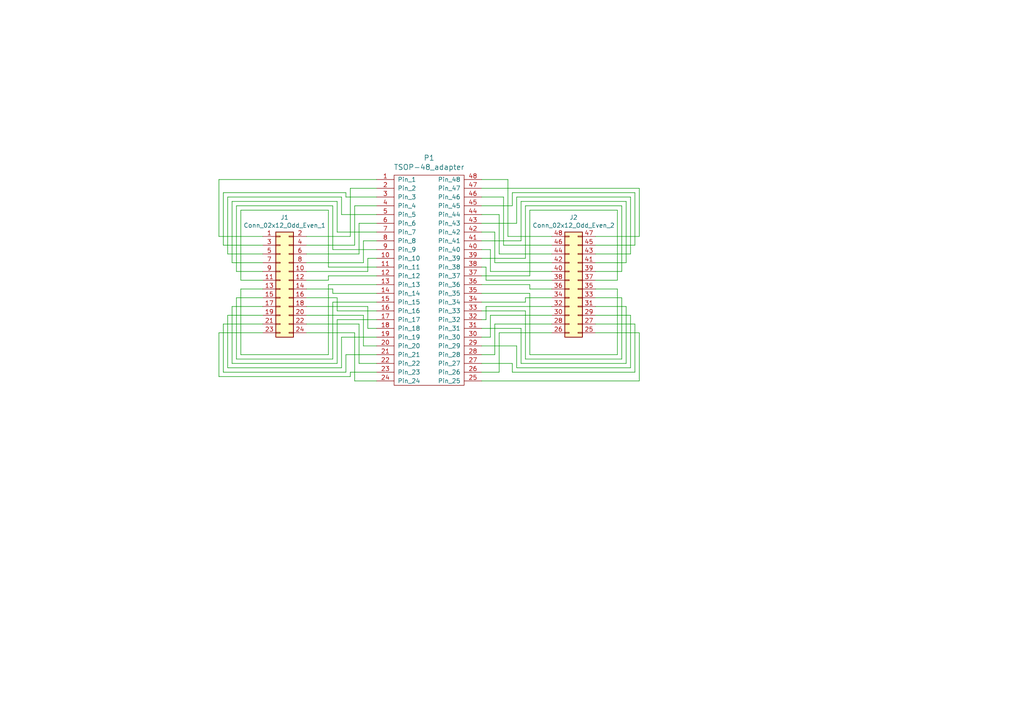
<source format=kicad_sch>
(kicad_sch (version 20211123) (generator eeschema)
  (paper "A4")
  (title_block (title "NANDO TSOP-48 adapter") (rev "v1.0"))
  (lib_symbols
    (symbol "nand_programmator:Conn_02x12_Odd_Even_Left" (pin_names (offset 1.016) hide)
      (property "Reference" "J" (at 1.27 15.24 0))
      (property "Value" "Conn_02x12_Odd_Even_Left" (at 1.27 -17.78 0))
      (symbol "Conn_02x12_Odd_Even_Left_1_1"
        (rectangle (start -1.27 -15.113) (end 0 -15.367) (stroke (width 0.1524)))
        (rectangle (start -1.27 -12.573) (end 0 -12.827) (stroke (width 0.1524)))
        (rectangle (start -1.27 -10.033) (end 0 -10.287) (stroke (width 0.1524)))
        (rectangle (start -1.27 -7.493) (end 0 -7.747) (stroke (width 0.1524)))
        (rectangle (start -1.27 -4.953) (end 0 -5.207) (stroke (width 0.1524)))
        (rectangle (start -1.27 -2.413) (end 0 -2.667) (stroke (width 0.1524)))
        (rectangle (start -1.27 0.127) (end 0 -0.127) (stroke (width 0.1524)))
        (rectangle (start -1.27 2.667) (end 0 2.413) (stroke (width 0.1524)))
        (rectangle (start -1.27 5.207) (end 0 4.953) (stroke (width 0.1524)))
        (rectangle (start -1.27 7.747) (end 0 7.493) (stroke (width 0.1524)))
        (rectangle (start -1.27 10.287) (end 0 10.033) (stroke (width 0.1524)))
        (rectangle (start -1.27 12.827) (end 0 12.573) (stroke (width 0.1524)))
        (rectangle (start -1.27 13.97) (end 3.81 -16.51) (stroke (width 0.254)) (fill (type background)))
        (rectangle (start 3.81 -15.113) (end 2.54 -15.367) (stroke (width 0.1524)))
        (rectangle (start 3.81 -12.573) (end 2.54 -12.827) (stroke (width 0.1524)))
        (rectangle (start 3.81 -10.033) (end 2.54 -10.287) (stroke (width 0.1524)))
        (rectangle (start 3.81 -7.493) (end 2.54 -7.747) (stroke (width 0.1524)))
        (rectangle (start 3.81 -4.953) (end 2.54 -5.207) (stroke (width 0.1524)))
        (rectangle (start 3.81 -2.413) (end 2.54 -2.667) (stroke (width 0.1524)))
        (rectangle (start 3.81 0.127) (end 2.54 -0.127) (stroke (width 0.1524)))
        (rectangle (start 3.81 2.667) (end 2.54 2.413) (stroke (width 0.1524)))
        (rectangle (start 3.81 5.207) (end 2.54 4.953) (stroke (width 0.1524)))
        (rectangle (start 3.81 7.747) (end 2.54 7.493) (stroke (width 0.1524)))
        (rectangle (start 3.81 10.287) (end 2.54 10.033) (stroke (width 0.1524)))
        (rectangle (start 3.81 12.827) (end 2.54 12.573) (stroke (width 0.1524)))
        (pin passive line (at -5.08 12.7 0) (length 3.81) (name "Pin_1") (number "1"))
        (pin passive line (at 7.62 2.54 180) (length 3.81) (name "Pin_10") (number "10"))
        (pin passive line (at -5.08 0 0) (length 3.81) (name "Pin_11") (number "11"))
        (pin passive line (at 7.62 0 180) (length 3.81) (name "Pin_12") (number "12"))
        (pin passive line (at -5.08 -2.54 0) (length 3.81) (name "Pin_13") (number "13"))
        (pin passive line (at 7.62 -2.54 180) (length 3.81) (name "Pin_14") (number "14"))
        (pin passive line (at -5.08 -5.08 0) (length 3.81) (name "Pin_15") (number "15"))
        (pin passive line (at 7.62 -5.08 180) (length 3.81) (name "Pin_16") (number "16"))
        (pin passive line (at -5.08 -7.62 0) (length 3.81) (name "Pin_17") (number "17"))
        (pin passive line (at 7.62 -7.62 180) (length 3.81) (name "Pin_18") (number "18"))
        (pin passive line (at -5.08 -10.16 0) (length 3.81) (name "Pin_19") (number "19"))
        (pin passive line (at 7.62 12.7 180) (length 3.81) (name "Pin_2") (number "2"))
        (pin passive line (at 7.62 -10.16 180) (length 3.81) (name "Pin_20") (number "20"))
        (pin passive line (at -5.08 -12.7 0) (length 3.81) (name "Pin_21") (number "21"))
        (pin passive line (at 7.62 -12.7 180) (length 3.81) (name "Pin_22") (number "22"))
        (pin passive line (at -5.08 -15.24 0) (length 3.81) (name "Pin_23") (number "23"))
        (pin passive line (at 7.62 -15.24 180) (length 3.81) (name "Pin_24") (number "24"))
        (pin passive line (at -5.08 10.16 0) (length 3.81) (name "Pin_3") (number "3"))
        (pin passive line (at 7.62 10.16 180) (length 3.81) (name "Pin_4") (number "4"))
        (pin passive line (at -5.08 7.62 0) (length 3.81) (name "Pin_5") (number "5"))
        (pin passive line (at 7.62 7.62 180) (length 3.81) (name "Pin_6") (number "6"))
        (pin passive line (at -5.08 5.08 0) (length 3.81) (name "Pin_7") (number "7"))
        (pin passive line (at 7.62 5.08 180) (length 3.81) (name "Pin_8") (number "8"))
        (pin passive line (at -5.08 2.54 0) (length 3.81) (name "Pin_9") (number "9"))
      )
    )
    (symbol "nand_programmator:Conn_02x12_Odd_Even_Right" (pin_names (offset 1.016) hide)
      (property "Reference" "J" (at 1.27 15.24 0))
      (property "Value" "Conn_02x12_Odd_Even_Right" (at 1.27 -17.78 0))
      (symbol "Conn_02x12_Odd_Even_Right_1_1"
        (rectangle (start -1.27 -15.113) (end 0 -15.367) (stroke (width 0.1524)))
        (rectangle (start -1.27 -12.573) (end 0 -12.827) (stroke (width 0.1524)))
        (rectangle (start -1.27 -10.033) (end 0 -10.287) (stroke (width 0.1524)))
        (rectangle (start -1.27 -7.493) (end 0 -7.747) (stroke (width 0.1524)))
        (rectangle (start -1.27 -4.953) (end 0 -5.207) (stroke (width 0.1524)))
        (rectangle (start -1.27 -2.413) (end 0 -2.667) (stroke (width 0.1524)))
        (rectangle (start -1.27 0.127) (end 0 -0.127) (stroke (width 0.1524)))
        (rectangle (start -1.27 2.667) (end 0 2.413) (stroke (width 0.1524)))
        (rectangle (start -1.27 5.207) (end 0 4.953) (stroke (width 0.1524)))
        (rectangle (start -1.27 7.747) (end 0 7.493) (stroke (width 0.1524)))
        (rectangle (start -1.27 10.287) (end 0 10.033) (stroke (width 0.1524)))
        (rectangle (start -1.27 12.827) (end 0 12.573) (stroke (width 0.1524)))
        (rectangle (start -1.27 13.97) (end 3.81 -16.51) (stroke (width 0.254)) (fill (type background)))
        (rectangle (start 3.81 -15.113) (end 2.54 -15.367) (stroke (width 0.1524)))
        (rectangle (start 3.81 -12.573) (end 2.54 -12.827) (stroke (width 0.1524)))
        (rectangle (start 3.81 -10.033) (end 2.54 -10.287) (stroke (width 0.1524)))
        (rectangle (start 3.81 -7.493) (end 2.54 -7.747) (stroke (width 0.1524)))
        (rectangle (start 3.81 -4.953) (end 2.54 -5.207) (stroke (width 0.1524)))
        (rectangle (start 3.81 -2.413) (end 2.54 -2.667) (stroke (width 0.1524)))
        (rectangle (start 3.81 0.127) (end 2.54 -0.127) (stroke (width 0.1524)))
        (rectangle (start 3.81 2.667) (end 2.54 2.413) (stroke (width 0.1524)))
        (rectangle (start 3.81 5.207) (end 2.54 4.953) (stroke (width 0.1524)))
        (rectangle (start 3.81 7.747) (end 2.54 7.493) (stroke (width 0.1524)))
        (rectangle (start 3.81 10.287) (end 2.54 10.033) (stroke (width 0.1524)))
        (rectangle (start 3.81 12.827) (end 2.54 12.573) (stroke (width 0.1524)))
        (pin passive line (at 7.62 -15.24 180) (length 3.81) (name "Pin_25") (number "25"))
        (pin passive line (at -5.08 -15.24 0) (length 3.81) (name "Pin_26") (number "26"))
        (pin passive line (at 7.62 -12.7 180) (length 3.81) (name "Pin_27") (number "27"))
        (pin passive line (at -5.08 -12.7 0) (length 3.81) (name "Pin_28") (number "28"))
        (pin passive line (at 7.62 -10.16 180) (length 3.81) (name "Pin_29") (number "29"))
        (pin passive line (at -5.08 -10.16 0) (length 3.81) (name "Pin_30") (number "30"))
        (pin passive line (at 7.62 -7.62 180) (length 3.81) (name "Pin_31") (number "31"))
        (pin passive line (at -5.08 -7.62 0) (length 3.81) (name "Pin_32") (number "32"))
        (pin passive line (at 7.62 -5.08 180) (length 3.81) (name "Pin_33") (number "33"))
        (pin passive line (at -5.08 -5.08 0) (length 3.81) (name "Pin_34") (number "34"))
        (pin passive line (at 7.62 -2.54 180) (length 3.81) (name "Pin_35") (number "35"))
        (pin passive line (at -5.08 -2.54 0) (length 3.81) (name "Pin_36") (number "36"))
        (pin passive line (at 7.62 0 180) (length 3.81) (name "Pin_37") (number "37"))
        (pin passive line (at -5.08 0 0) (length 3.81) (name "Pin_38") (number "38"))
        (pin passive line (at 7.62 2.54 180) (length 3.81) (name "Pin_39") (number "39"))
        (pin passive line (at -5.08 2.54 0) (length 3.81) (name "Pin_40") (number "40"))
        (pin passive line (at 7.62 5.08 180) (length 3.81) (name "Pin_41") (number "41"))
        (pin passive line (at -5.08 5.08 0) (length 3.81) (name "Pin_42") (number "42"))
        (pin passive line (at 7.62 7.62 180) (length 3.81) (name "Pin_43") (number "43"))
        (pin passive line (at -5.08 7.62 0) (length 3.81) (name "Pin_44") (number "44"))
        (pin passive line (at 7.62 10.16 180) (length 3.81) (name "Pin_45") (number "45"))
        (pin passive line (at -5.08 10.16 0) (length 3.81) (name "Pin_46") (number "46"))
        (pin passive line (at 7.62 12.7 180) (length 3.81) (name "Pin_47") (number "47"))
        (pin passive line (at -5.08 12.7 0) (length 3.81) (name "Pin_48") (number "48"))
      )
    )
    (symbol "nand_programmator:TSOP-48_adapter" (pin_names (offset 1.016))
      (property "Reference" "P" (at 0 -43.18 0))
      (property "Value" "TSOP-48_adapter" (at 0 21.59 0))
      (symbol "TSOP-48_adapter_0_1"
        (rectangle (start -10.16 19.05) (end 10.16 -41.91))
      )
      (symbol "TSOP-48_adapter_1_1"
        (pin passive line (at -15.24 17.78 0) (length 5.08) (name "Pin_1") (number "1"))
        (pin passive line (at -15.24 -5.08 0) (length 5.08) (name "Pin_10") (number "10"))
        (pin passive line (at -15.24 -7.62 0) (length 5.08) (name "Pin_11") (number "11"))
        (pin passive line (at -15.24 -10.16 0) (length 5.08) (name "Pin_12") (number "12"))
        (pin passive line (at -15.24 -12.7 0) (length 5.08) (name "Pin_13") (number "13"))
        (pin passive line (at -15.24 -15.24 0) (length 5.08) (name "Pin_14") (number "14"))
        (pin passive line (at -15.24 -17.78 0) (length 5.08) (name "Pin_15") (number "15"))
        (pin passive line (at -15.24 -20.32 0) (length 5.08) (name "Pin_16") (number "16"))
        (pin passive line (at -15.24 -22.86 0) (length 5.08) (name "Pin_17") (number "17"))
        (pin passive line (at -15.24 -25.4 0) (length 5.08) (name "Pin_18") (number "18"))
        (pin passive line (at -15.24 -27.94 0) (length 5.08) (name "Pin_19") (number "19"))
        (pin passive line (at -15.24 15.24 0) (length 5.08) (name "Pin_2") (number "2"))
        (pin passive line (at -15.24 -30.48 0) (length 5.08) (name "Pin_20") (number "20"))
        (pin passive line (at -15.24 -33.02 0) (length 5.08) (name "Pin_21") (number "21"))
        (pin passive line (at -15.24 -35.56 0) (length 5.08) (name "Pin_22") (number "22"))
        (pin passive line (at -15.24 -38.1 0) (length 5.08) (name "Pin_23") (number "23"))
        (pin passive line (at -15.24 -40.64 0) (length 5.08) (name "Pin_24") (number "24"))
        (pin passive line (at 15.24 -40.64 180) (length 5.08) (name "Pin_25") (number "25"))
        (pin passive line (at 15.24 -38.1 180) (length 5.08) (name "Pin_26") (number "26"))
        (pin passive line (at 15.24 -35.56 180) (length 5.08) (name "Pin_27") (number "27"))
        (pin passive line (at 15.24 -33.02 180) (length 5.08) (name "Pin_28") (number "28"))
        (pin passive line (at 15.24 -30.48 180) (length 5.08) (name "Pin_29") (number "29"))
        (pin passive line (at -15.24 12.7 0) (length 5.08) (name "Pin_3") (number "3"))
        (pin passive line (at 15.24 -27.94 180) (length 5.08) (name "Pin_30") (number "30"))
        (pin passive line (at 15.24 -25.4 180) (length 5.08) (name "Pin_31") (number "31"))
        (pin passive line (at 15.24 -22.86 180) (length 5.08) (name "Pin_32") (number "32"))
        (pin passive line (at 15.24 -20.32 180) (length 5.08) (name "Pin_33") (number "33"))
        (pin passive line (at 15.24 -17.78 180) (length 5.08) (name "Pin_34") (number "34"))
        (pin passive line (at 15.24 -15.24 180) (length 5.08) (name "Pin_35") (number "35"))
        (pin passive line (at 15.24 -12.7 180) (length 5.08) (name "Pin_36") (number "36"))
        (pin passive line (at 15.24 -10.16 180) (length 5.08) (name "Pin_37") (number "37"))
        (pin passive line (at 15.24 -7.62 180) (length 5.08) (name "Pin_38") (number "38"))
        (pin passive line (at 15.24 -5.08 180) (length 5.08) (name "Pin_39") (number "39"))
        (pin passive line (at -15.24 10.16 0) (length 5.08) (name "Pin_4") (number "4"))
        (pin passive line (at 15.24 -2.54 180) (length 5.08) (name "Pin_40") (number "40"))
        (pin passive line (at 15.24 0 180) (length 5.08) (name "Pin_41") (number "41"))
        (pin passive line (at 15.24 2.54 180) (length 5.08) (name "Pin_42") (number "42"))
        (pin passive line (at 15.24 5.08 180) (length 5.08) (name "Pin_43") (number "43"))
        (pin passive line (at 15.24 7.62 180) (length 5.08) (name "Pin_44") (number "44"))
        (pin passive line (at 15.24 10.16 180) (length 5.08) (name "Pin_45") (number "45"))
        (pin passive line (at 15.24 12.7 180) (length 5.08) (name "Pin_46") (number "46"))
        (pin passive line (at 15.24 15.24 180) (length 5.08) (name "Pin_47") (number "47"))
        (pin passive line (at 15.24 17.78 180) (length 5.08) (name "Pin_48") (number "48"))
        (pin passive line (at -15.24 7.62 0) (length 5.08) (name "Pin_5") (number "5"))
        (pin passive line (at -15.24 5.08 0) (length 5.08) (name "Pin_6") (number "6"))
        (pin passive line (at -15.24 2.54 0) (length 5.08) (name "Pin_7") (number "7"))
        (pin passive line (at -15.24 0 0) (length 5.08) (name "Pin_8") (number "8"))
        (pin passive line (at -15.24 -2.54 0) (length 5.08) (name "Pin_9") (number "9"))
      )
    )
  )
  (wire (pts (xy 172.72 88.9) (xy 181.61 88.9)))
  (wire (pts (xy 104.14 105.41) (xy 109.22 105.41)))
  (wire (pts (xy 182.88 106.68) (xy 149.86 106.68)))
  (wire (pts (xy 88.9 86.36) (xy 97.79 86.36)))
  (wire (pts (xy 153.67 82.55) (xy 139.7 82.55)))
  (wire (pts (xy 97.79 105.41) (xy 97.79 92.71)))
  (wire (pts (xy 184.15 107.95) (xy 148.59 107.95)))
  (wire (pts (xy 179.07 83.82) (xy 179.07 102.87)))
  (wire (pts (xy 152.4 104.14) (xy 152.4 90.17)))
  (wire (pts (xy 144.78 96.52) (xy 144.78 107.95)))
  (wire (pts (xy 96.52 104.14) (xy 96.52 87.63)))
  (wire (pts (xy 140.97 81.28) (xy 140.97 77.47)))
  (wire (pts (xy 142.24 97.79) (xy 139.7 97.79)))
  (wire (pts (xy 160.02 86.36) (xy 152.4 86.36)))
  (wire (pts (xy 185.42 96.52) (xy 185.42 110.49)))
  (wire (pts (xy 180.34 59.69) (xy 152.4 59.69)))
  (wire (pts (xy 160.02 78.74) (xy 142.24 78.74)))
  (wire (pts (xy 153.67 83.82) (xy 153.67 82.55)))
  (wire (pts (xy 185.42 68.58) (xy 185.42 54.61)))
  (wire (pts (xy 95.25 80.01) (xy 109.22 80.01)))
  (wire (pts (xy 99.06 106.68) (xy 99.06 97.79)))
  (wire (pts (xy 160.02 71.12) (xy 146.05 71.12)))
  (wire (pts (xy 149.86 64.77) (xy 139.7 64.77)))
  (wire (pts (xy 102.87 59.69) (xy 109.22 59.69)))
  (wire (pts (xy 69.85 83.82) (xy 69.85 102.87)))
  (wire (pts (xy 151.13 105.41) (xy 151.13 95.25)))
  (wire (pts (xy 76.2 86.36) (xy 68.58 86.36)))
  (wire (pts (xy 143.51 67.31) (xy 139.7 67.31)))
  (wire (pts (xy 105.41 91.44) (xy 105.41 100.33)))
  (wire (pts (xy 101.6 107.95) (xy 109.22 107.95)))
  (wire (pts (xy 88.9 83.82) (xy 96.52 83.82)))
  (wire (pts (xy 144.78 107.95) (xy 139.7 107.95)))
  (wire (pts (xy 160.02 81.28) (xy 140.97 81.28)))
  (wire (pts (xy 88.9 78.74) (xy 106.68 78.74)))
  (wire (pts (xy 180.34 86.36) (xy 180.34 104.14)))
  (wire (pts (xy 172.72 78.74) (xy 180.34 78.74)))
  (wire (pts (xy 144.78 62.23) (xy 139.7 62.23)))
  (wire (pts (xy 100.33 57.15) (xy 109.22 57.15)))
  (wire (pts (xy 67.31 88.9) (xy 67.31 105.41)))
  (wire (pts (xy 76.2 68.58) (xy 63.5 68.58)))
  (wire (pts (xy 101.6 68.58) (xy 101.6 54.61)))
  (wire (pts (xy 182.88 91.44) (xy 182.88 106.68)))
  (wire (pts (xy 97.79 67.31) (xy 109.22 67.31)))
  (wire (pts (xy 102.87 71.12) (xy 102.87 59.69)))
  (wire (pts (xy 99.06 57.15) (xy 99.06 62.23)))
  (wire (pts (xy 181.61 76.2) (xy 181.61 58.42)))
  (wire (pts (xy 76.2 91.44) (xy 66.04 91.44)))
  (wire (pts (xy 153.67 60.96) (xy 153.67 80.01)))
  (wire (pts (xy 96.52 83.82) (xy 96.52 85.09)))
  (wire (pts (xy 153.67 102.87) (xy 153.67 85.09)))
  (wire (pts (xy 153.67 80.01) (xy 139.7 80.01)))
  (wire (pts (xy 106.68 95.25) (xy 109.22 95.25)))
  (wire (pts (xy 147.32 52.07) (xy 139.7 52.07)))
  (wire (pts (xy 66.04 91.44) (xy 66.04 106.68)))
  (wire (pts (xy 172.72 81.28) (xy 179.07 81.28)))
  (wire (pts (xy 160.02 96.52) (xy 144.78 96.52)))
  (wire (pts (xy 99.06 62.23) (xy 109.22 62.23)))
  (wire (pts (xy 88.9 88.9) (xy 106.68 88.9)))
  (wire (pts (xy 69.85 60.96) (xy 95.25 60.96)))
  (wire (pts (xy 143.51 102.87) (xy 139.7 102.87)))
  (wire (pts (xy 143.51 93.98) (xy 143.51 102.87)))
  (wire (pts (xy 149.86 100.33) (xy 139.7 100.33)))
  (wire (pts (xy 88.9 91.44) (xy 105.41 91.44)))
  (wire (pts (xy 106.68 74.93) (xy 109.22 74.93)))
  (wire (pts (xy 96.52 72.39) (xy 109.22 72.39)))
  (wire (pts (xy 101.6 109.22) (xy 101.6 107.95)))
  (wire (pts (xy 152.4 86.36) (xy 152.4 87.63)))
  (wire (pts (xy 67.31 105.41) (xy 97.79 105.41)))
  (wire (pts (xy 104.14 64.77) (xy 109.22 64.77)))
  (wire (pts (xy 142.24 91.44) (xy 142.24 97.79)))
  (wire (pts (xy 160.02 91.44) (xy 142.24 91.44)))
  (wire (pts (xy 153.67 85.09) (xy 139.7 85.09)))
  (wire (pts (xy 182.88 57.15) (xy 149.86 57.15)))
  (wire (pts (xy 69.85 81.28) (xy 69.85 60.96)))
  (wire (pts (xy 181.61 58.42) (xy 151.13 58.42)))
  (wire (pts (xy 104.14 73.66) (xy 104.14 64.77)))
  (wire (pts (xy 88.9 73.66) (xy 104.14 73.66)))
  (wire (pts (xy 88.9 76.2) (xy 105.41 76.2)))
  (wire (pts (xy 68.58 104.14) (xy 96.52 104.14)))
  (wire (pts (xy 151.13 95.25) (xy 139.7 95.25)))
  (wire (pts (xy 148.59 55.88) (xy 148.59 59.69)))
  (wire (pts (xy 96.52 85.09) (xy 109.22 85.09)))
  (wire (pts (xy 76.2 78.74) (xy 68.58 78.74)))
  (wire (pts (xy 68.58 78.74) (xy 68.58 59.69)))
  (wire (pts (xy 96.52 87.63) (xy 109.22 87.63)))
  (wire (pts (xy 140.97 77.47) (xy 139.7 77.47)))
  (wire (pts (xy 184.15 93.98) (xy 184.15 107.95)))
  (wire (pts (xy 182.88 73.66) (xy 182.88 57.15)))
  (wire (pts (xy 142.24 78.74) (xy 142.24 72.39)))
  (wire (pts (xy 185.42 110.49) (xy 139.7 110.49)))
  (wire (pts (xy 172.72 73.66) (xy 182.88 73.66)))
  (wire (pts (xy 106.68 88.9) (xy 106.68 95.25)))
  (wire (pts (xy 69.85 81.28) (xy 76.2 81.28)))
  (wire (pts (xy 66.04 57.15) (xy 99.06 57.15)))
  (wire (pts (xy 160.02 76.2) (xy 143.51 76.2)))
  (wire (pts (xy 106.68 78.74) (xy 106.68 74.93)))
  (wire (pts (xy 95.25 102.87) (xy 95.25 82.55)))
  (wire (pts (xy 140.97 92.71) (xy 139.7 92.71)))
  (wire (pts (xy 68.58 59.69) (xy 96.52 59.69)))
  (wire (pts (xy 64.77 71.12) (xy 64.77 55.88)))
  (wire (pts (xy 151.13 69.85) (xy 139.7 69.85)))
  (wire (pts (xy 179.07 60.96) (xy 153.67 60.96)))
  (wire (pts (xy 181.61 105.41) (xy 151.13 105.41)))
  (wire (pts (xy 172.72 86.36) (xy 180.34 86.36)))
  (wire (pts (xy 76.2 83.82) (xy 69.85 83.82)))
  (wire (pts (xy 147.32 68.58) (xy 147.32 52.07)))
  (wire (pts (xy 95.25 60.96) (xy 95.25 77.47)))
  (wire (pts (xy 67.31 76.2) (xy 67.31 58.42)))
  (wire (pts (xy 105.41 100.33) (xy 109.22 100.33)))
  (wire (pts (xy 66.04 73.66) (xy 66.04 57.15)))
  (wire (pts (xy 146.05 57.15) (xy 139.7 57.15)))
  (wire (pts (xy 97.79 58.42) (xy 97.79 67.31)))
  (wire (pts (xy 76.2 93.98) (xy 64.77 93.98)))
  (wire (pts (xy 69.85 102.87) (xy 95.25 102.87)))
  (wire (pts (xy 149.86 57.15) (xy 149.86 64.77)))
  (wire (pts (xy 146.05 71.12) (xy 146.05 57.15)))
  (wire (pts (xy 97.79 90.17) (xy 109.22 90.17)))
  (wire (pts (xy 102.87 96.52) (xy 102.87 110.49)))
  (wire (pts (xy 144.78 73.66) (xy 144.78 62.23)))
  (wire (pts (xy 142.24 72.39) (xy 139.7 72.39)))
  (wire (pts (xy 64.77 93.98) (xy 64.77 107.95)))
  (wire (pts (xy 88.9 96.52) (xy 102.87 96.52)))
  (wire (pts (xy 100.33 107.95) (xy 100.33 102.87)))
  (wire (pts (xy 172.72 83.82) (xy 179.07 83.82)))
  (wire (pts (xy 184.15 55.88) (xy 148.59 55.88)))
  (wire (pts (xy 172.72 96.52) (xy 185.42 96.52)))
  (wire (pts (xy 104.14 93.98) (xy 104.14 105.41)))
  (wire (pts (xy 88.9 81.28) (xy 95.25 81.28)))
  (wire (pts (xy 95.25 82.55) (xy 109.22 82.55)))
  (wire (pts (xy 97.79 86.36) (xy 97.79 90.17)))
  (wire (pts (xy 76.2 76.2) (xy 67.31 76.2)))
  (wire (pts (xy 180.34 104.14) (xy 152.4 104.14)))
  (wire (pts (xy 152.4 87.63) (xy 139.7 87.63)))
  (wire (pts (xy 63.5 96.52) (xy 63.5 109.22)))
  (wire (pts (xy 66.04 106.68) (xy 99.06 106.68)))
  (wire (pts (xy 100.33 55.88) (xy 100.33 57.15)))
  (wire (pts (xy 63.5 52.07) (xy 109.22 52.07)))
  (wire (pts (xy 160.02 68.58) (xy 147.32 68.58)))
  (wire (pts (xy 149.86 106.68) (xy 149.86 100.33)))
  (wire (pts (xy 88.9 71.12) (xy 102.87 71.12)))
  (wire (pts (xy 179.07 81.28) (xy 179.07 60.96)))
  (wire (pts (xy 63.5 68.58) (xy 63.5 52.07)))
  (wire (pts (xy 160.02 93.98) (xy 143.51 93.98)))
  (wire (pts (xy 100.33 102.87) (xy 109.22 102.87)))
  (wire (pts (xy 160.02 73.66) (xy 144.78 73.66)))
  (wire (pts (xy 160.02 88.9) (xy 140.97 88.9)))
  (wire (pts (xy 181.61 88.9) (xy 181.61 105.41)))
  (wire (pts (xy 148.59 107.95) (xy 148.59 105.41)))
  (wire (pts (xy 76.2 71.12) (xy 64.77 71.12)))
  (wire (pts (xy 172.72 93.98) (xy 184.15 93.98)))
  (wire (pts (xy 143.51 76.2) (xy 143.51 67.31)))
  (wire (pts (xy 88.9 93.98) (xy 104.14 93.98)))
  (wire (pts (xy 76.2 96.52) (xy 63.5 96.52)))
  (wire (pts (xy 96.52 59.69) (xy 96.52 72.39)))
  (wire (pts (xy 97.79 92.71) (xy 109.22 92.71)))
  (wire (pts (xy 184.15 71.12) (xy 184.15 55.88)))
  (wire (pts (xy 99.06 97.79) (xy 109.22 97.79)))
  (wire (pts (xy 151.13 58.42) (xy 151.13 69.85)))
  (wire (pts (xy 64.77 55.88) (xy 100.33 55.88)))
  (wire (pts (xy 101.6 54.61) (xy 109.22 54.61)))
  (wire (pts (xy 180.34 78.74) (xy 180.34 59.69)))
  (wire (pts (xy 102.87 110.49) (xy 109.22 110.49)))
  (wire (pts (xy 105.41 76.2) (xy 105.41 69.85)))
  (wire (pts (xy 64.77 107.95) (xy 100.33 107.95)))
  (wire (pts (xy 185.42 54.61) (xy 139.7 54.61)))
  (wire (pts (xy 76.2 73.66) (xy 66.04 73.66)))
  (wire (pts (xy 140.97 88.9) (xy 140.97 92.71)))
  (wire (pts (xy 76.2 88.9) (xy 67.31 88.9)))
  (wire (pts (xy 172.72 91.44) (xy 182.88 91.44)))
  (wire (pts (xy 105.41 69.85) (xy 109.22 69.85)))
  (wire (pts (xy 179.07 102.87) (xy 153.67 102.87)))
  (wire (pts (xy 160.02 83.82) (xy 153.67 83.82)))
  (wire (pts (xy 68.58 86.36) (xy 68.58 104.14)))
  (wire (pts (xy 95.25 81.28) (xy 95.25 80.01)))
  (wire (pts (xy 95.25 77.47) (xy 109.22 77.47)))
  (wire (pts (xy 148.59 105.41) (xy 139.7 105.41)))
  (wire (pts (xy 172.72 76.2) (xy 181.61 76.2)))
  (wire (pts (xy 67.31 58.42) (xy 97.79 58.42)))
  (wire (pts (xy 148.59 59.69) (xy 139.7 59.69)))
  (wire (pts (xy 152.4 59.69) (xy 152.4 74.93)))
  (wire (pts (xy 88.9 68.58) (xy 101.6 68.58)))
  (wire (pts (xy 172.72 68.58) (xy 185.42 68.58)))
  (wire (pts (xy 152.4 74.93) (xy 139.7 74.93)))
  (wire (pts (xy 152.4 90.17) (xy 139.7 90.17)))
  (wire (pts (xy 172.72 71.12) (xy 184.15 71.12)))
  (wire (pts (xy 63.5 109.22) (xy 101.6 109.22)))
  (symbol (lib_id "nand_programmator:TSOP-48_adapter") (at 124.46 69.85 0) (unit 1)
    (property "Reference" "P1" (at 124.46 45.7962 0) (effects (font (size 1.524 1.524))))
    (property "Value" "TSOP-48_adapter" (at 124.46 48.4886 0) (effects (font (size 1.524 1.524))))
    (property "Footprint" "lib_fp:TSOP-48" (effects hide))
  )
  (symbol (lib_id "nand_programmator:Conn_02x12_Odd_Even_Left") (at 81.28 81.28 0) (unit 1)
    (property "Reference" "J1" (at 82.55 63.0682 0))
    (property "Value" "Conn_02x12_Odd_Even_1" (at 82.55 65.3796 0))
    (property "Footprint" "lib_fp:PinSocket_2x12_P2.54mm_Vertical" (effects hide))
  )
  (symbol (lib_id "nand_programmator:Conn_02x12_Odd_Even_Right") (at 165.1 81.28 0) (unit 1)
    (property "Reference" "J2" (at 166.37 63.0682 0))
    (property "Value" "Conn_02x12_Odd_Even_2" (at 166.37 65.3796 0))
    (property "Footprint" "lib_fp:PinSocket_2x12_P2.54mm_Vertical_2" (effects hide))
  )
)
</source>
